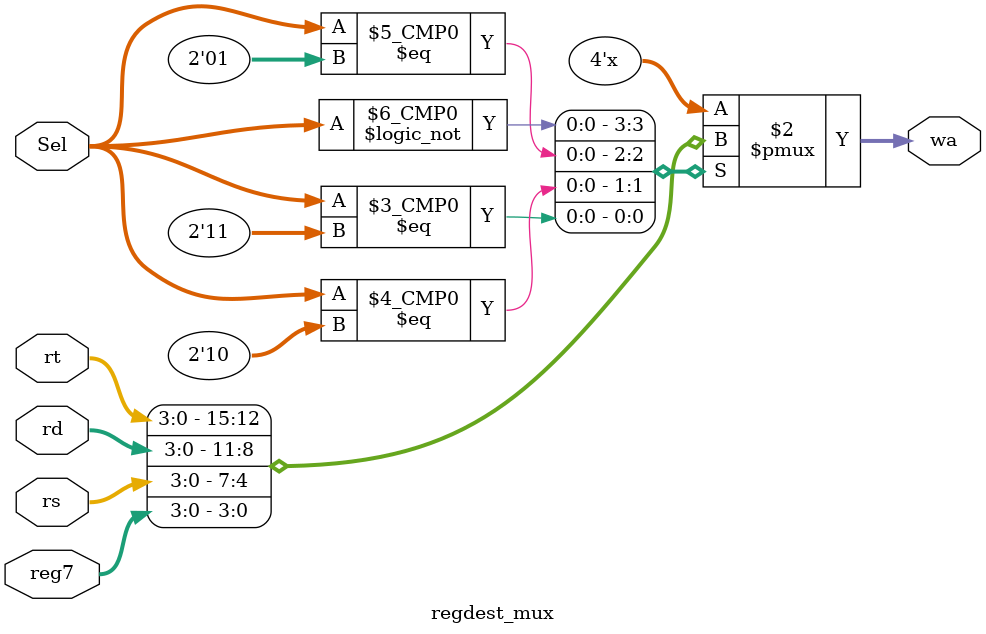
<source format=v>
`timescale 1ns / 1ps
module regdest_mux(
    input [1:0] Sel,
    output reg [3:0] wa,
    input [3:0] rt,
    input [3:0] rd,
    input [3:0] rs,
    input [3:0] reg7
    );

	 always @ (Sel or wa or rt or rd or rs or reg7)
	 begin
		case(Sel)
			2'h0 : wa = rt;
			2'h1 : wa = rd;
			2'h2 : wa = rs;
			2'h3 : wa = reg7;
		endcase
 	 end

endmodule

</source>
